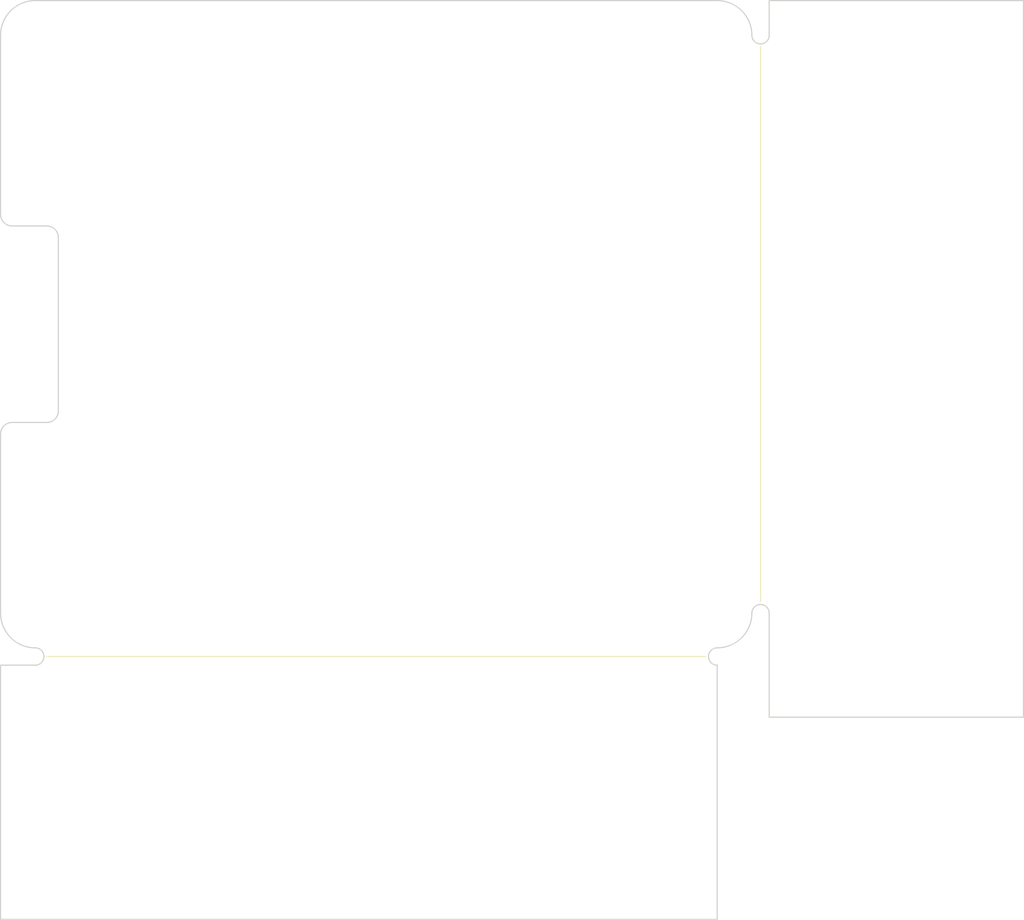
<source format=kicad_pcb>
(kicad_pcb (version 4) (host pcbnew 4.0.2+dfsg1-stable)

  (general
    (links 0)
    (no_connects 0)
    (area 54.449999 54.449999 143.050001 134.050001)
    (thickness 1.6)
    (drawings 33)
    (tracks 0)
    (zones 0)
    (modules 0)
    (nets 1)
  )

  (page A4)
  (title_block
    (title "Raspberry Pi Quad Serial HAT")
    (rev 1.0)
    (company "Borg Empire")
  )

  (layers
    (0 F.Cu signal)
    (31 B.Cu signal)
    (32 B.Adhes user)
    (33 F.Adhes user)
    (34 B.Paste user)
    (35 F.Paste user)
    (36 B.SilkS user)
    (37 F.SilkS user)
    (38 B.Mask user)
    (39 F.Mask user)
    (40 Dwgs.User user)
    (41 Cmts.User user)
    (42 Eco1.User user)
    (43 Eco2.User user)
    (44 Edge.Cuts user)
    (45 Margin user)
    (46 B.CrtYd user)
    (47 F.CrtYd user)
    (48 B.Fab user)
    (49 F.Fab user)
  )

  (setup
    (last_trace_width 0.25)
    (user_trace_width 0.25)
    (user_trace_width 0.5)
    (trace_clearance 0.2)
    (zone_clearance 0.3)
    (zone_45_only no)
    (trace_min 0.2)
    (segment_width 0.1)
    (edge_width 0.1)
    (via_size 0.6)
    (via_drill 0.4)
    (via_min_size 0.4)
    (via_min_drill 0.3)
    (uvia_size 0.3)
    (uvia_drill 0.1)
    (uvias_allowed no)
    (uvia_min_size 0.2)
    (uvia_min_drill 0.1)
    (pcb_text_width 0.3)
    (pcb_text_size 1.5 1.5)
    (mod_edge_width 0.15)
    (mod_text_size 1 1)
    (mod_text_width 0.15)
    (pad_size 1.5 1.5)
    (pad_drill 0.6)
    (pad_to_mask_clearance 0)
    (aux_axis_origin 0 0)
    (grid_origin 54.5009 54.5009)
    (visible_elements FFFFFF7F)
    (pcbplotparams
      (layerselection 0x010fc_80000001)
      (usegerberextensions false)
      (excludeedgelayer true)
      (linewidth 0.100000)
      (plotframeref false)
      (viasonmask false)
      (mode 1)
      (useauxorigin false)
      (hpglpennumber 1)
      (hpglpenspeed 20)
      (hpglpendiameter 15)
      (hpglpenoverlay 2)
      (psnegative false)
      (psa4output false)
      (plotreference true)
      (plotvalue true)
      (plotinvisibletext false)
      (padsonsilk false)
      (subtractmaskfromsilk false)
      (outputformat 1)
      (mirror false)
      (drillshape 0)
      (scaleselection 1)
      (outputdirectory production))
  )

  (net 0 "")

  (net_class Default "This is the default net class."
    (clearance 0.2)
    (trace_width 0.25)
    (via_dia 0.6)
    (via_drill 0.4)
    (uvia_dia 0.3)
    (uvia_drill 0.1)
  )

  (net_class Power ""
    (clearance 0.2)
    (trace_width 0.75)
    (via_dia 0.6)
    (via_drill 0.4)
    (uvia_dia 0.3)
    (uvia_drill 0.1)
  )

  (gr_line (start 120.2509 106.5009) (end 120.2509 58.5009) (angle 90) (layer F.SilkS) (width 0.1))
  (gr_line (start 58.5009 111.2509) (end 115.5009 111.2509) (angle 90) (layer F.SilkS) (width 0.1))
  (gr_arc (start 120.2509 57.5009) (end 121.0009 57.5009) (angle 90) (layer Edge.Cuts) (width 0.1))
  (gr_arc (start 120.2509 57.5009) (end 120.2509 58.2509) (angle 90) (layer Edge.Cuts) (width 0.1))
  (gr_line (start 121.0009 57.5009) (end 121.0009 54.5009) (angle 90) (layer Edge.Cuts) (width 0.1))
  (gr_line (start 121.0009 116.5009) (end 121.0009 107.5009) (angle 90) (layer Edge.Cuts) (width 0.1))
  (gr_line (start 57.5009 112.0009) (end 54.5009 112.0009) (angle 90) (layer Edge.Cuts) (width 0.1))
  (gr_arc (start 120.2509 107.5009) (end 120.2509 106.7509) (angle 90) (layer Edge.Cuts) (width 0.1))
  (gr_arc (start 120.2509 107.5009) (end 119.5009 107.5009) (angle 90) (layer Edge.Cuts) (width 0.1))
  (gr_arc (start 116.5009 111.2509) (end 115.7509 111.2509) (angle 90) (layer Edge.Cuts) (width 0.1))
  (gr_arc (start 116.5009 111.2509) (end 116.5009 112.0009) (angle 90) (layer Edge.Cuts) (width 0.1))
  (gr_arc (start 57.5009 111.2509) (end 58.2509 111.2509) (angle 90) (layer Edge.Cuts) (width 0.1))
  (gr_arc (start 57.5009 111.2509) (end 57.5009 110.5009) (angle 90) (layer Edge.Cuts) (width 0.1))
  (gr_line (start 58.5 74) (end 55.5 74) (angle 90) (layer Edge.Cuts) (width 0.1))
  (gr_line (start 59.5 90) (end 59.5 75) (angle 90) (layer Edge.Cuts) (width 0.1))
  (gr_line (start 55.5 91) (end 58.5 91) (angle 90) (layer Edge.Cuts) (width 0.1))
  (gr_arc (start 55.5 73) (end 55.5 74) (angle 90) (layer Edge.Cuts) (width 0.1))
  (gr_arc (start 58.5 90) (end 59.5 90) (angle 90) (layer Edge.Cuts) (width 0.1))
  (gr_arc (start 58.5 75) (end 58.5 74) (angle 90) (layer Edge.Cuts) (width 0.1))
  (gr_arc (start 55.5 92) (end 54.5 92) (angle 90) (layer Edge.Cuts) (width 0.1))
  (gr_line (start 57.5 54.5) (end 116.5 54.5) (angle 90) (layer Edge.Cuts) (width 0.1))
  (gr_line (start 54.5 73) (end 54.5 57.5) (angle 90) (layer Edge.Cuts) (width 0.1))
  (gr_line (start 54.5 107.5) (end 54.5 92) (angle 90) (layer Edge.Cuts) (width 0.1))
  (gr_arc (start 57.5 57.5) (end 54.5 57.5) (angle 90) (layer Edge.Cuts) (width 0.1))
  (gr_arc (start 116.5 57.5) (end 116.5 54.5) (angle 90) (layer Edge.Cuts) (width 0.1))
  (gr_arc (start 116.5 107.5) (end 119.5 107.5) (angle 90) (layer Edge.Cuts) (width 0.1))
  (gr_arc (start 57.5 107.5) (end 57.5 110.5) (angle 90) (layer Edge.Cuts) (width 0.1))
  (gr_line (start 143 54.5) (end 121 54.5) (angle 90) (layer Edge.Cuts) (width 0.1))
  (gr_line (start 143 116.5) (end 143 54.5) (angle 90) (layer Edge.Cuts) (width 0.1))
  (gr_line (start 121 116.5) (end 143 116.5) (angle 90) (layer Edge.Cuts) (width 0.1))
  (gr_line (start 116.5 134) (end 116.5 112) (angle 90) (layer Edge.Cuts) (width 0.1))
  (gr_line (start 54.5 134) (end 116.5 134) (angle 90) (layer Edge.Cuts) (width 0.1))
  (gr_line (start 54.5 112) (end 54.5 134) (angle 90) (layer Edge.Cuts) (width 0.1))

)

</source>
